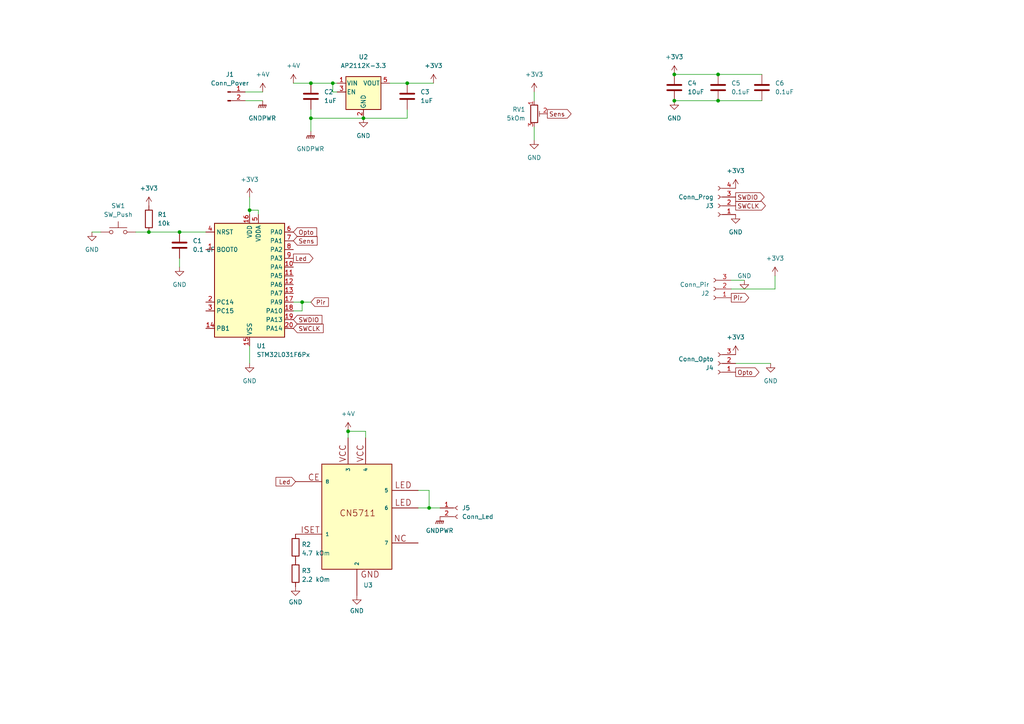
<source format=kicad_sch>
(kicad_sch (version 20211123) (generator eeschema)
  (paper "A4")
  (lib_symbols
    (symbol "CN5711:CN5711" (pin_numbers hide) (pin_names (offset 1.016))
      (property "Reference" "U" (at -5.08 2.54 0))
      (symbol "CN5711_0_0"
        (rectangle (start -10.16 -15.24) (end 10.16 15.24) (stroke (width 0.254)) (fill (type background)))
        (text "CE" (at -10.668 12.446 0) (effects (font (size 1.778 1.778)) (justify right top)))
        (text "CN5711" (at -5.08 0 0) (effects (font (size 1.778 1.778)) (justify left bottom)))
        (text "GND" (at 1.016 -17.78 0) (effects (font (size 1.778 1.778)) (justify left bottom)))
        (text "ISET" (at -10.668 -2.794 0) (effects (font (size 1.778 1.778)) (justify right top)))
        (text "LED" (at 10.922 3.048 0) (effects (font (size 1.778 1.778)) (justify left bottom)))
        (text "LED" (at 10.922 8.128 0) (effects (font (size 1.778 1.778)) (justify left bottom)))
        (text "NC" (at 10.668 -7.366 0) (effects (font (size 1.778 1.778)) (justify left bottom)))
        (text "VCC" (at -3.048 15.748 900) (effects (font (size 1.778 1.778)) (justify left bottom)))
        (text "VCC" (at 2.032 15.748 900) (effects (font (size 1.778 1.778)) (justify left bottom)))
        (pin bidirectional line (at -17.78 -5.08 0) (length 7.62) (name "1") (number "1"))
        (pin bidirectional line (at 0 -22.86 90) (length 7.62) (name "2") (number "2"))
        (pin bidirectional line (at -2.54 22.86 270) (length 7.62) (name "3") (number "3"))
        (pin bidirectional line (at 2.54 22.86 270) (length 7.62) (name "4") (number "4"))
        (pin bidirectional line (at 17.78 7.62 180) (length 7.62) (name "5") (number "5"))
        (pin bidirectional line (at 17.78 2.54 180) (length 7.62) (name "6") (number "6"))
        (pin bidirectional line (at 17.78 -7.62 180) (length 7.62) (name "7") (number "7"))
        (pin bidirectional line (at -17.78 10.16 0) (length 7.62) (name "8") (number "8"))
      )
    )
    (symbol "Connector:Conn_01x02_Female" (pin_names (offset 1.016) hide)
      (property "Reference" "J" (at 0 2.54 0))
      (property "Value" "Conn_01x02_Female" (at 0 -5.08 0))
      (symbol "Conn_01x02_Female_1_1"
        (arc (start 0 -2.032) (mid -0.508 -2.54) (end 0 -3.048) (stroke (width 0.1524)))
        (polyline (pts (xy -1.27 -2.54) (xy -0.508 -2.54)) (stroke (width 0.1524)))
        (polyline (pts (xy -1.27 0) (xy -0.508 0)) (stroke (width 0.1524)))
        (arc (start 0 0.508) (mid -0.508 0) (end 0 -0.508) (stroke (width 0.1524)))
        (pin passive line (at -5.08 0 0) (length 3.81) (name "Pin_1") (number "1"))
        (pin passive line (at -5.08 -2.54 0) (length 3.81) (name "Pin_2") (number "2"))
      )
    )
    (symbol "Connector:Conn_01x02_Male" (pin_names (offset 1.016) hide)
      (property "Reference" "J" (at 0 2.54 0))
      (property "Value" "Conn_01x02_Male" (at 0 -5.08 0))
      (symbol "Conn_01x02_Male_1_1"
        (polyline (pts (xy 1.27 -2.54) (xy 0.8636 -2.54)) (stroke (width 0.1524)))
        (polyline (pts (xy 1.27 0) (xy 0.8636 0)) (stroke (width 0.1524)))
        (rectangle (start 0.8636 -2.413) (end 0 -2.667) (stroke (width 0.1524)) (fill (type outline)))
        (rectangle (start 0.8636 0.127) (end 0 -0.127) (stroke (width 0.1524)) (fill (type outline)))
        (pin passive line (at 5.08 0 180) (length 3.81) (name "Pin_1") (number "1"))
        (pin passive line (at 5.08 -2.54 180) (length 3.81) (name "Pin_2") (number "2"))
      )
    )
    (symbol "Connector:Conn_01x03_Female" (pin_names (offset 1.016) hide)
      (property "Reference" "J" (at 0 5.08 0))
      (property "Value" "Conn_01x03_Female" (at 0 -5.08 0))
      (symbol "Conn_01x03_Female_1_1"
        (arc (start 0 -2.032) (mid -0.508 -2.54) (end 0 -3.048) (stroke (width 0.1524)))
        (polyline (pts (xy -1.27 -2.54) (xy -0.508 -2.54)) (stroke (width 0.1524)))
        (polyline (pts (xy -1.27 0) (xy -0.508 0)) (stroke (width 0.1524)))
        (polyline (pts (xy -1.27 2.54) (xy -0.508 2.54)) (stroke (width 0.1524)))
        (arc (start 0 0.508) (mid -0.508 0) (end 0 -0.508) (stroke (width 0.1524)))
        (arc (start 0 3.048) (mid -0.508 2.54) (end 0 2.032) (stroke (width 0.1524)))
        (pin passive line (at -5.08 2.54 0) (length 3.81) (name "Pin_1") (number "1"))
        (pin passive line (at -5.08 0 0) (length 3.81) (name "Pin_2") (number "2"))
        (pin passive line (at -5.08 -2.54 0) (length 3.81) (name "Pin_3") (number "3"))
      )
    )
    (symbol "Connector:Conn_01x04_Female" (pin_names (offset 1.016) hide)
      (property "Reference" "J" (at 0 5.08 0))
      (property "Value" "Conn_01x04_Female" (at 0 -7.62 0))
      (symbol "Conn_01x04_Female_1_1"
        (arc (start 0 -4.572) (mid -0.508 -5.08) (end 0 -5.588) (stroke (width 0.1524)))
        (arc (start 0 -2.032) (mid -0.508 -2.54) (end 0 -3.048) (stroke (width 0.1524)))
        (polyline (pts (xy -1.27 -5.08) (xy -0.508 -5.08)) (stroke (width 0.1524)))
        (polyline (pts (xy -1.27 -2.54) (xy -0.508 -2.54)) (stroke (width 0.1524)))
        (polyline (pts (xy -1.27 0) (xy -0.508 0)) (stroke (width 0.1524)))
        (polyline (pts (xy -1.27 2.54) (xy -0.508 2.54)) (stroke (width 0.1524)))
        (arc (start 0 0.508) (mid -0.508 0) (end 0 -0.508) (stroke (width 0.1524)))
        (arc (start 0 3.048) (mid -0.508 2.54) (end 0 2.032) (stroke (width 0.1524)))
        (pin passive line (at -5.08 2.54 0) (length 3.81) (name "Pin_1") (number "1"))
        (pin passive line (at -5.08 0 0) (length 3.81) (name "Pin_2") (number "2"))
        (pin passive line (at -5.08 -2.54 0) (length 3.81) (name "Pin_3") (number "3"))
        (pin passive line (at -5.08 -5.08 0) (length 3.81) (name "Pin_4") (number "4"))
      )
    )
    (symbol "Device:C" (pin_numbers hide) (pin_names (offset 0.254))
      (property "Reference" "C" (at 0.635 2.54 0))
      (property "Value" "C" (at 0.635 -2.54 0))
      (symbol "C_0_1"
        (polyline (pts (xy -2.032 -0.762) (xy 2.032 -0.762)) (stroke (width 0.508)))
        (polyline (pts (xy -2.032 0.762) (xy 2.032 0.762)) (stroke (width 0.508)))
      )
      (symbol "C_1_1"
        (pin passive line (at 0 3.81 270) (length 2.794) (name "~") (number "1"))
        (pin passive line (at 0 -3.81 90) (length 2.794) (name "~") (number "2"))
      )
    )
    (symbol "Device:R" (pin_numbers hide) (pin_names (offset 0))
      (property "Reference" "R" (at 2.032 0 90))
      (property "Value" "R" (at 0 0 90))
      (symbol "R_0_1"
        (rectangle (start -1.016 -2.54) (end 1.016 2.54) (stroke (width 0.254)))
      )
      (symbol "R_1_1"
        (pin passive line (at 0 3.81 270) (length 1.27) (name "~") (number "1"))
        (pin passive line (at 0 -3.81 90) (length 1.27) (name "~") (number "2"))
      )
    )
    (symbol "Device:R_Potentiometer_Trim" (pin_names (offset 1.016) hide)
      (property "Reference" "RV" (at -4.445 0 90))
      (property "Value" "R_Potentiometer_Trim" (at -2.54 0 90))
      (symbol "R_Potentiometer_Trim_0_1"
        (polyline (pts (xy 1.524 0.762) (xy 1.524 -0.762)))
        (polyline (pts (xy 2.54 0) (xy 1.524 0)))
        (rectangle (start 1.016 2.54) (end -1.016 -2.54) (stroke (width 0.254)))
      )
      (symbol "R_Potentiometer_Trim_1_1"
        (pin passive line (at 0 3.81 270) (length 1.27) (name "1") (number "1"))
        (pin passive line (at 3.81 0 180) (length 1.27) (name "2") (number "2"))
        (pin passive line (at 0 -3.81 90) (length 1.27) (name "3") (number "3"))
      )
    )
    (symbol "MCU_ST_STM32L0:STM32L031F6Px"
      (property "Reference" "U" (at -10.16 16.51 0))
      (property "Value" "STM32L031F6Px" (at 5.08 16.51 0))
      (symbol "STM32L031F6Px_0_1"
        (rectangle (start -10.16 -17.78) (end 10.16 15.24) (stroke (width 0.254)) (fill (type background)))
      )
      (symbol "STM32L031F6Px_1_1"
        (pin input line (at -12.7 7.62 0) (length 2.54) (name "BOOT0") (number "1"))
        (pin bidirectional line (at 12.7 2.54 180) (length 2.54) (name "PA4") (number "10"))
        (pin bidirectional line (at 12.7 0 180) (length 2.54) (name "PA5") (number "11"))
        (pin bidirectional line (at 12.7 -2.54 180) (length 2.54) (name "PA6") (number "12"))
        (pin bidirectional line (at 12.7 -5.08 180) (length 2.54) (name "PA7") (number "13"))
        (pin bidirectional line (at -12.7 -15.24 0) (length 2.54) (name "PB1") (number "14"))
        (pin power_in line (at 0 -20.32 90) (length 2.54) (name "VSS") (number "15"))
        (pin power_in line (at 0 17.78 270) (length 2.54) (name "VDD") (number "16"))
        (pin bidirectional line (at 12.7 -7.62 180) (length 2.54) (name "PA9") (number "17"))
        (pin bidirectional line (at 12.7 -10.16 180) (length 2.54) (name "PA10") (number "18"))
        (pin bidirectional line (at 12.7 -12.7 180) (length 2.54) (name "PA13") (number "19"))
        (pin bidirectional line (at -12.7 -7.62 0) (length 2.54) (name "PC14") (number "2"))
        (pin bidirectional line (at 12.7 -15.24 180) (length 2.54) (name "PA14") (number "20"))
        (pin bidirectional line (at -12.7 -10.16 0) (length 2.54) (name "PC15") (number "3"))
        (pin input line (at -12.7 12.7 0) (length 2.54) (name "NRST") (number "4"))
        (pin power_in line (at 2.54 17.78 270) (length 2.54) (name "VDDA") (number "5"))
        (pin bidirectional line (at 12.7 12.7 180) (length 2.54) (name "PA0") (number "6"))
        (pin bidirectional line (at 12.7 10.16 180) (length 2.54) (name "PA1") (number "7"))
        (pin bidirectional line (at 12.7 7.62 180) (length 2.54) (name "PA2") (number "8"))
        (pin bidirectional line (at 12.7 5.08 180) (length 2.54) (name "PA3") (number "9"))
      )
    )
    (symbol "Regulator_Linear:AP2112K-3.3" (pin_names (offset 0.254))
      (property "Reference" "U" (at -5.08 5.715 0))
      (property "Value" "AP2112K-3.3" (at 0 5.715 0))
      (symbol "AP2112K-3.3_0_1"
        (rectangle (start -5.08 4.445) (end 5.08 -5.08) (stroke (width 0.254)) (fill (type background)))
      )
      (symbol "AP2112K-3.3_1_1"
        (pin power_in line (at -7.62 2.54 0) (length 2.54) (name "VIN") (number "1"))
        (pin power_in line (at 0 -7.62 90) (length 2.54) (name "GND") (number "2"))
        (pin input line (at -7.62 0 0) (length 2.54) (name "EN") (number "3"))
        (pin no_connect line (at 5.08 0 180) (length 2.54) hide (name "NC") (number "4"))
        (pin power_out line (at 7.62 2.54 180) (length 2.54) (name "VOUT") (number "5"))
      )
    )
    (symbol "Switch:SW_Push" (pin_numbers hide) (pin_names (offset 1.016) hide)
      (property "Reference" "SW" (at 1.27 2.54 0))
      (property "Value" "SW_Push" (at 0 -1.524 0))
      (symbol "SW_Push_0_1"
        (circle (center -2.032 0) (radius 0.508))
        (polyline (pts (xy 0 1.27) (xy 0 3.048)))
        (polyline (pts (xy 2.54 1.27) (xy -2.54 1.27)))
        (circle (center 2.032 0) (radius 0.508))
        (pin passive line (at -5.08 0 0) (length 2.54) (name "1") (number "1"))
        (pin passive line (at 5.08 0 180) (length 2.54) (name "2") (number "2"))
      )
    )
    (symbol "power:+3.3V" (power) (pin_names (offset 0))
      (property "Value" "+3.3V" (at 0 3.556 0))
      (symbol "+3.3V_0_1"
        (polyline (pts (xy -0.762 1.27) (xy 0 2.54)))
        (polyline (pts (xy 0 0) (xy 0 2.54)))
        (polyline (pts (xy 0 2.54) (xy 0.762 1.27)))
      )
      (symbol "+3.3V_1_1"
        (pin power_in line (at 0 0 90) (length 0) hide (name "+3V3") (number "1"))
      )
    )
    (symbol "power:+4V" (power) (pin_names (offset 0))
      (property "Value" "+4V" (at 0 3.556 0))
      (symbol "+4V_0_1"
        (polyline (pts (xy -0.762 1.27) (xy 0 2.54)))
        (polyline (pts (xy 0 0) (xy 0 2.54)))
        (polyline (pts (xy 0 2.54) (xy 0.762 1.27)))
      )
      (symbol "+4V_1_1"
        (pin power_in line (at 0 0 90) (length 0) hide (name "+4V") (number "1"))
      )
    )
    (symbol "power:GND" (power) (pin_names (offset 0))
      (property "Value" "GND" (at 0 -3.81 0))
      (symbol "GND_0_1"
        (polyline (pts (xy 0 0) (xy 0 -1.27) (xy 1.27 -1.27) (xy 0 -2.54) (xy -1.27 -1.27) (xy 0 -1.27)))
      )
      (symbol "GND_1_1"
        (pin power_in line (at 0 0 270) (length 0) hide (name "GND") (number "1"))
      )
    )
    (symbol "power:GNDPWR" (power) (pin_names (offset 0))
      (property "Value" "GNDPWR" (at 0 -3.302 0))
      (symbol "GNDPWR_0_1"
        (polyline (pts (xy 0 -1.27) (xy 0 0)))
        (polyline (pts (xy -1.016 -1.27) (xy -1.27 -2.032) (xy -1.27 -2.032)) (stroke (width 0.2032)))
        (polyline (pts (xy -0.508 -1.27) (xy -0.762 -2.032) (xy -0.762 -2.032)) (stroke (width 0.2032)))
        (polyline (pts (xy 0 -1.27) (xy -0.254 -2.032) (xy -0.254 -2.032)) (stroke (width 0.2032)))
        (polyline (pts (xy 0.508 -1.27) (xy 0.254 -2.032) (xy 0.254 -2.032)) (stroke (width 0.2032)))
        (polyline (pts (xy 1.016 -1.27) (xy -1.016 -1.27) (xy -1.016 -1.27)) (stroke (width 0.2032)))
        (polyline (pts (xy 1.016 -1.27) (xy 0.762 -2.032) (xy 0.762 -2.032) (xy 0.762 -2.032)) (stroke (width 0.2032)))
      )
      (symbol "GNDPWR_1_1"
        (pin power_in line (at 0 0 270) (length 0) hide (name "GNDPWR") (number "1"))
      )
    )
  )
  (junction (at 118.11 24.13))
  (junction (at 100.965 125.095))
  (junction (at 124.46 147.32))
  (junction (at 105.41 34.29))
  (junction (at 72.39 60.96))
  (junction (at 52.07 67.31))
  (junction (at 90.17 24.13))
  (junction (at 195.58 29.21))
  (junction (at 43.18 67.31))
  (junction (at 90.17 34.29))
  (junction (at 87.63 87.63))
  (junction (at 208.28 29.21))
  (junction (at 208.28 21.59))
  (junction (at 195.58 21.59))
  (junction (at 96.52 24.13))
  (wire (pts (xy 90.17 34.29) (xy 105.41 34.29)))
  (wire (pts (xy 71.12 26.67) (xy 76.2 26.67)))
  (wire (pts (xy 74.93 62.23) (xy 74.93 60.96)))
  (wire (pts (xy 106.045 125.095) (xy 100.965 125.095)))
  (wire (pts (xy 224.79 83.82) (xy 224.79 80.01)))
  (wire (pts (xy 90.17 31.75) (xy 90.17 34.29)))
  (wire (pts (xy 52.07 67.31) (xy 59.69 67.31)))
  (wire (pts (xy 154.94 36.83) (xy 154.94 40.64)))
  (wire (pts (xy 100.965 125.095) (xy 100.965 127)))
  (wire (pts (xy 43.18 67.31) (xy 52.07 67.31)))
  (wire (pts (xy 96.52 24.13) (xy 97.79 24.13)))
  (wire (pts (xy 71.12 29.21) (xy 76.2 29.21)))
  (wire (pts (xy 208.28 29.21) (xy 220.98 29.21)))
  (wire (pts (xy 87.63 87.63) (xy 90.17 87.63)))
  (wire (pts (xy 90.17 34.29) (xy 90.17 38.1)))
  (wire (pts (xy 208.28 21.59) (xy 220.98 21.59)))
  (wire (pts (xy 85.09 24.13) (xy 90.17 24.13)))
  (wire (pts (xy 72.39 57.15) (xy 72.39 60.96)))
  (wire (pts (xy 195.58 21.59) (xy 208.28 21.59)))
  (wire (pts (xy 118.11 34.29) (xy 105.41 34.29)))
  (wire (pts (xy 87.63 90.17) (xy 87.63 87.63)))
  (wire (pts (xy 118.11 31.75) (xy 118.11 34.29)))
  (wire (pts (xy 90.17 24.13) (xy 96.52 24.13)))
  (wire (pts (xy 97.79 26.67) (xy 96.52 26.67)))
  (wire (pts (xy 195.58 29.21) (xy 208.28 29.21)))
  (wire (pts (xy 212.09 83.82) (xy 224.79 83.82)))
  (wire (pts (xy 72.39 60.96) (xy 72.39 62.23)))
  (wire (pts (xy 124.46 142.24) (xy 124.46 147.32)))
  (wire (pts (xy 154.94 26.67) (xy 154.94 29.21)))
  (wire (pts (xy 213.36 105.41) (xy 223.52 105.41)))
  (wire (pts (xy 96.52 26.67) (xy 96.52 24.13)))
  (wire (pts (xy 74.93 60.96) (xy 72.39 60.96)))
  (wire (pts (xy 85.09 87.63) (xy 87.63 87.63)))
  (wire (pts (xy 121.285 147.32) (xy 124.46 147.32)))
  (wire (pts (xy 212.09 81.28) (xy 215.9 81.28)))
  (wire (pts (xy 118.11 24.13) (xy 125.73 24.13)))
  (wire (pts (xy 85.09 90.17) (xy 87.63 90.17)))
  (wire (pts (xy 121.285 142.24) (xy 124.46 142.24)))
  (wire (pts (xy 72.39 100.33) (xy 72.39 105.41)))
  (wire (pts (xy 26.67 67.31) (xy 29.21 67.31)))
  (wire (pts (xy 113.03 24.13) (xy 118.11 24.13)))
  (wire (pts (xy 124.46 147.32) (xy 127.635 147.32)))
  (wire (pts (xy 52.07 77.47) (xy 52.07 74.93)))
  (wire (pts (xy 106.045 127) (xy 106.045 125.095)))
  (wire (pts (xy 39.37 67.31) (xy 43.18 67.31)))
  (global_label "SWDIO" (shape input) (at 85.09 92.71 0) (property "Intersheet References" "${INTERSHEET_REFS}" (effects hide)))
  (global_label "Led" (shape input) (at 85.725 139.7 180) (property "Intersheet References" "${INTERSHEET_REFS}" (effects hide)))
  (global_label "Opto" (shape output) (at 213.36 107.95 0) (property "Intersheet References" "${INTERSHEET_REFS}" (effects hide)))
  (global_label "SWCLK" (shape output) (at 213.36 59.69 0) (property "Intersheet References" "${INTERSHEET_REFS}" (effects hide)))
  (global_label "Pir" (shape input) (at 90.17 87.63 0) (property "Intersheet References" "${INTERSHEET_REFS}" (effects hide)))
  (global_label "Led" (shape output) (at 85.09 74.93 0) (property "Intersheet References" "${INTERSHEET_REFS}" (effects hide)))
  (global_label "Opto" (shape input) (at 85.09 67.31 0) (property "Intersheet References" "${INTERSHEET_REFS}" (effects hide)))
  (global_label "Sens" (shape input) (at 85.09 69.85 0) (property "Intersheet References" "${INTERSHEET_REFS}" (effects hide)))
  (global_label "SWCLK" (shape input) (at 85.09 95.25 0) (property "Intersheet References" "${INTERSHEET_REFS}" (effects hide)))
  (global_label "SWDIO" (shape output) (at 213.36 57.15 0) (property "Intersheet References" "${INTERSHEET_REFS}" (effects hide)))
  (global_label "Pir" (shape output) (at 212.09 86.36 0) (property "Intersheet References" "${INTERSHEET_REFS}" (effects hide)))
  (global_label "Sens" (shape output) (at 158.75 33.02 0) (property "Intersheet References" "${INTERSHEET_REFS}" (effects hide)))
  (symbol (lib_id "Device:R") (at 85.725 158.75 0) (unit 1)
    (property "Reference" "R2" (at 87.503 157.9153 0) (effects (justify left)))
    (property "Value" "4.7 kOm" (at 87.503 160.4522 0) (effects (justify left)))
    (property "Footprint" "Resistor_SMD:R_1206_3216Metric" (effects hide))
  )
  (symbol (lib_id "Device:R_Potentiometer_Trim") (at 154.94 33.02 0) (unit 1)
    (property "Reference" "RV1" (at 152.4 31.7499 0) (effects (justify right)))
    (property "Value" "5kOm" (at 152.4 34.2899 0) (effects (justify right)))
    (property "Footprint" "Potentiometer_THT:Potentiometer_Piher_PT-6-V_Vertical" (effects hide))
  )
  (symbol (lib_id "power:GND") (at 26.67 67.31 0) (unit 1)
    (property "Reference" "#PWR01" (effects hide))
    (property "Value" "GND" (at 26.67 72.39 0))
  )
  (symbol (lib_id "Device:C") (at 52.07 71.12 0) (unit 1)
    (property "Reference" "C1" (at 55.88 69.8499 0) (effects (justify left)))
    (property "Value" "0.1 uF" (at 55.88 72.3899 0) (effects (justify left)))
    (property "Footprint" "Capacitor_SMD:C_1206_3216Metric" (effects hide))
  )
  (symbol (lib_id "MCU_ST_STM32L0:STM32L031F6Px") (at 72.39 80.01 0) (unit 1)
    (property "Reference" "U1" (at 74.4094 100.33 0) (effects (justify left)))
    (property "Value" "STM32L031F6Px" (at 74.4094 102.87 0) (effects (justify left)))
    (property "Footprint" "Connector_PinHeader_2.54mm:tssop20_adapter" (effects hide))
    (property "Datasheet" "http://www.st.com/st-web-ui/static/active/en/resource/technical/document/datasheet/DM00140359.pdf" (effects hide))
  )
  (symbol (lib_id "power:GND") (at 72.39 105.41 0) (unit 1)
    (property "Reference" "#PWR05" (effects hide))
    (property "Value" "GND" (at 72.39 110.49 0))
  )
  (symbol (lib_id "power:GND") (at 52.07 77.47 0) (unit 1)
    (property "Reference" "#PWR03" (effects hide))
    (property "Value" "GND" (at 52.07 82.55 0))
  )
  (symbol (lib_id "power:GND") (at 195.58 29.21 0) (unit 1)
    (property "Reference" "#PWR015" (effects hide))
    (property "Value" "GND" (at 195.58 34.29 0))
  )
  (symbol (lib_id "power:GNDPWR") (at 90.17 38.1 0) (unit 1)
    (property "Reference" "#PWR023" (effects hide))
    (property "Value" "GNDPWR" (at 90.043 43.18 0))
  )
  (symbol (lib_id "power:+3.3V") (at 154.94 26.67 0) (unit 1)
    (property "Reference" "#PWR012" (effects hide))
    (property "Value" "+3.3V" (at 154.94 21.59 0))
  )
  (symbol (lib_id "Device:C") (at 208.28 25.4 0) (unit 1)
    (property "Reference" "C5" (at 212.09 24.1299 0) (effects (justify left)))
    (property "Value" "0.1uF" (at 212.09 26.6699 0) (effects (justify left)))
    (property "Footprint" "Capacitor_SMD:C_1206_3216Metric" (effects hide))
  )
  (symbol (lib_id "power:GND") (at 215.9 81.28 0) (unit 1)
    (property "Reference" "#PWR019" (effects hide))
    (property "Value" "GND" (at 215.9 80.01 0))
  )
  (symbol (lib_id "CN5711:CN5711") (at 103.505 149.86 0) (unit 1)
    (property "Reference" "U3" (at 105.3847 169.7101 0) (effects (justify left)))
    (property "Value" "CN5711" (effects hide))
    (property "Footprint" "Package_SO:SOIC-8-1EP_3.9x4.9mm_P1.27mm_EP2.29x3mm" (effects hide))
  )
  (symbol (lib_id "power:+3.3V") (at 125.73 24.13 0) (unit 1)
    (property "Reference" "#PWR010" (effects hide))
    (property "Value" "+3.3V" (at 125.73 19.05 0))
  )
  (symbol (lib_id "power:+4V") (at 76.2 26.67 0) (unit 1)
    (property "Reference" "#PWR06" (effects hide))
    (property "Value" "+4V" (at 76.2 21.59 0))
  )
  (symbol (lib_id "power:+4V") (at 100.965 125.095 0) (unit 1)
    (property "Reference" "#PWR022" (effects hide))
    (property "Value" "+4V" (at 100.965 120.015 0))
  )
  (symbol (lib_id "power:GND") (at 213.36 62.23 0) (unit 1)
    (property "Reference" "#PWR017" (effects hide))
    (property "Value" "GND" (at 213.36 67.31 0))
  )
  (symbol (lib_id "Device:C") (at 90.17 27.94 0) (unit 1)
    (property "Reference" "C2" (at 93.98 26.6699 0) (effects (justify left)))
    (property "Value" "1uF" (at 93.98 29.2099 0) (effects (justify left)))
    (property "Footprint" "Capacitor_SMD:C_1206_3216Metric" (effects hide))
  )
  (symbol (lib_id "power:+3.3V") (at 72.39 57.15 0) (unit 1)
    (property "Reference" "#PWR04" (effects hide))
    (property "Value" "+3.3V" (at 72.39 52.07 0))
  )
  (symbol (lib_id "power:+3.3V") (at 224.79 80.01 0) (unit 1)
    (property "Reference" "#PWR021" (effects hide))
    (property "Value" "+3.3V" (at 224.79 74.93 0))
  )
  (symbol (lib_id "Connector:Conn_01x02_Female") (at 132.715 147.32 0) (unit 1)
    (property "Reference" "J5" (at 133.985 147.3199 0) (effects (justify left)))
    (property "Value" "Conn_Led" (at 133.985 149.8599 0) (effects (justify left)))
    (property "Footprint" "Connector_JST:JST_XA_B02B-XASK-1_1x02_P2.50mm_Vertical" (effects hide))
  )
  (symbol (lib_id "power:+3.3V") (at 213.36 54.61 0) (unit 1)
    (property "Reference" "#PWR016" (effects hide))
    (property "Value" "+3.3V" (at 213.36 49.53 0))
  )
  (symbol (lib_id "Connector:Conn_01x03_Female") (at 208.28 105.41 180) (unit 1)
    (property "Reference" "J4" (at 207.01 106.6801 0) (effects (justify left)))
    (property "Value" "Conn_Opto" (at 207.01 104.1401 0) (effects (justify left)))
    (property "Footprint" "Connector_PinSocket_2.54mm:PinSocket_1x03_P2.54mm_Vertical" (effects hide))
  )
  (symbol (lib_id "Device:R") (at 85.725 166.37 0) (unit 1)
    (property "Reference" "R3" (at 87.503 165.5353 0) (effects (justify left)))
    (property "Value" "2.2 kOm" (at 87.503 168.0722 0) (effects (justify left)))
    (property "Footprint" "Resistor_SMD:R_1206_3216Metric" (effects hide))
  )
  (symbol (lib_id "power:+3.3V") (at 195.58 21.59 0) (unit 1)
    (property "Reference" "#PWR014" (effects hide))
    (property "Value" "+3.3V" (at 195.58 16.51 0))
  )
  (symbol (lib_id "power:GNDPWR") (at 76.2 29.21 0) (unit 1)
    (property "Reference" "#PWR07" (effects hide))
    (property "Value" "GNDPWR" (at 76.073 34.29 0))
  )
  (symbol (lib_id "Switch:SW_Push") (at 34.29 67.31 0) (unit 1)
    (property "Reference" "SW1" (at 34.29 59.69 0))
    (property "Value" "SW_Push" (at 34.29 62.23 0))
    (property "Footprint" "Button_Switch_THT:SW_PUSH_6mm" (effects hide))
  )
  (symbol (lib_id "power:GND") (at 154.94 40.64 0) (unit 1)
    (property "Reference" "#PWR013" (effects hide))
    (property "Value" "GND" (at 154.94 45.72 0))
  )
  (symbol (lib_id "power:+3.3V") (at 213.36 102.87 0) (unit 1)
    (property "Reference" "#PWR018" (effects hide))
    (property "Value" "+3.3V" (at 213.36 97.79 0))
  )
  (symbol (lib_id "power:GNDPWR") (at 127.635 149.86 0) (unit 1)
    (property "Reference" "#PWR025" (effects hide))
    (property "Value" "GNDPWR" (at 127.508 153.897 0))
  )
  (symbol (lib_id "power:+4V") (at 85.09 24.13 0) (unit 1)
    (property "Reference" "#PWR08" (effects hide))
    (property "Value" "+4V" (at 85.09 19.05 0))
  )
  (symbol (lib_id "Regulator_Linear:AP2112K-3.3") (at 105.41 26.67 0) (unit 1)
    (property "Reference" "U2" (at 105.41 16.51 0))
    (property "Value" "AP2112K-3.3" (at 105.41 19.05 0))
    (property "Footprint" "Package_TO_SOT_SMD:SOT-23-5" (effects hide))
    (property "Datasheet" "https://www.diodes.com/assets/Datasheets/AP2112.pdf" (effects hide))
  )
  (symbol (lib_id "Connector:Conn_01x02_Male") (at 66.04 26.67 0) (unit 1)
    (property "Reference" "J1" (at 66.675 21.59 0))
    (property "Value" "Conn_Pover" (at 66.675 24.13 0))
    (property "Footprint" "Connector_JST:JST_XH_B2B-XH-AM_1x02_P2.50mm_Vertical" (effects hide))
  )
  (symbol (lib_id "Device:C") (at 220.98 25.4 0) (unit 1)
    (property "Reference" "C6" (at 224.79 24.1299 0) (effects (justify left)))
    (property "Value" "0.1uF" (at 224.79 26.6699 0) (effects (justify left)))
    (property "Footprint" "Capacitor_SMD:C_1206_3216Metric" (effects hide))
  )
  (symbol (lib_id "Device:C") (at 118.11 27.94 0) (unit 1)
    (property "Reference" "C3" (at 121.92 26.6699 0) (effects (justify left)))
    (property "Value" "1uF" (at 121.92 29.2099 0) (effects (justify left)))
    (property "Footprint" "Capacitor_SMD:C_1206_3216Metric" (effects hide))
  )
  (symbol (lib_id "Device:R") (at 43.18 63.5 0) (unit 1)
    (property "Reference" "R1" (at 45.72 62.2299 0) (effects (justify left)))
    (property "Value" "10k" (at 45.72 64.7699 0) (effects (justify left)))
    (property "Footprint" "Resistor_SMD:R_1206_3216Metric" (effects hide))
  )
  (symbol (lib_id "power:+3.3V") (at 43.18 59.69 0) (unit 1)
    (property "Reference" "#PWR02" (effects hide))
    (property "Value" "+3.3V" (at 43.18 54.61 0))
  )
  (symbol (lib_id "power:GND") (at 85.725 170.18 0) (unit 1)
    (property "Reference" "#PWR011" (effects hide))
    (property "Value" "GND" (at 85.725 174.6234 0))
  )
  (symbol (lib_id "power:GND") (at 103.505 172.72 0) (unit 1)
    (property "Reference" "#PWR024" (effects hide))
    (property "Value" "GND" (at 103.505 177.1634 0))
  )
  (symbol (lib_id "power:GND") (at 223.52 105.41 0) (unit 1)
    (property "Reference" "#PWR020" (effects hide))
    (property "Value" "GND" (at 223.52 110.49 0))
  )
  (symbol (lib_id "Connector:Conn_01x03_Female") (at 207.01 83.82 180) (unit 1)
    (property "Reference" "J2" (at 205.74 85.0901 0) (effects (justify left)))
    (property "Value" "Conn_Pir" (at 205.74 82.5501 0) (effects (justify left)))
    (property "Footprint" "Connector_PinSocket_2.54mm:PinSocket_1x03_P2.54mm_Vertical" (effects hide))
  )
  (symbol (lib_id "Connector:Conn_01x04_Female") (at 208.28 59.69 180) (unit 1)
    (property "Reference" "J3" (at 207.01 59.6901 0) (effects (justify left)))
    (property "Value" "Conn_Prog" (at 207.01 57.1501 0) (effects (justify left)))
    (property "Footprint" "Connector_PinSocket_2.54mm:PinSocket_1x04_P2.54mm_Vertical" (effects hide))
  )
  (symbol (lib_id "Device:C") (at 195.58 25.4 0) (unit 1)
    (property "Reference" "C4" (at 199.39 24.1299 0) (effects (justify left)))
    (property "Value" "10uF" (at 199.39 26.6699 0) (effects (justify left)))
    (property "Footprint" "Capacitor_SMD:C_1206_3216Metric" (effects hide))
  )
  (symbol (lib_id "power:GND") (at 105.41 34.29 0) (unit 1)
    (property "Reference" "#PWR09" (effects hide))
    (property "Value" "GND" (at 105.41 39.37 0))
  )
)
</source>
